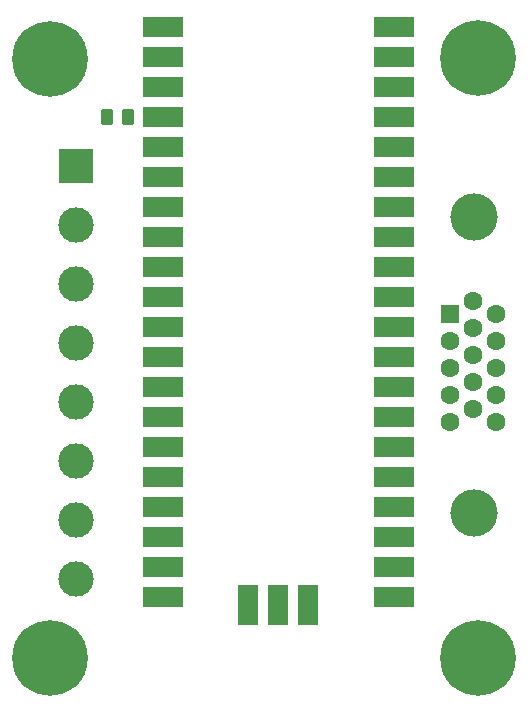
<source format=gbr>
%TF.GenerationSoftware,KiCad,Pcbnew,8.0.1*%
%TF.CreationDate,2024-07-17T22:44:32+10:00*%
%TF.ProjectId,vga,7667612e-6b69-4636-9164-5f7063625858,rev?*%
%TF.SameCoordinates,Original*%
%TF.FileFunction,Soldermask,Top*%
%TF.FilePolarity,Negative*%
%FSLAX46Y46*%
G04 Gerber Fmt 4.6, Leading zero omitted, Abs format (unit mm)*
G04 Created by KiCad (PCBNEW 8.0.1) date 2024-07-17 22:44:32*
%MOMM*%
%LPD*%
G01*
G04 APERTURE LIST*
G04 Aperture macros list*
%AMRoundRect*
0 Rectangle with rounded corners*
0 $1 Rounding radius*
0 $2 $3 $4 $5 $6 $7 $8 $9 X,Y pos of 4 corners*
0 Add a 4 corners polygon primitive as box body*
4,1,4,$2,$3,$4,$5,$6,$7,$8,$9,$2,$3,0*
0 Add four circle primitives for the rounded corners*
1,1,$1+$1,$2,$3*
1,1,$1+$1,$4,$5*
1,1,$1+$1,$6,$7*
1,1,$1+$1,$8,$9*
0 Add four rect primitives between the rounded corners*
20,1,$1+$1,$2,$3,$4,$5,0*
20,1,$1+$1,$4,$5,$6,$7,0*
20,1,$1+$1,$6,$7,$8,$9,0*
20,1,$1+$1,$8,$9,$2,$3,0*%
G04 Aperture macros list end*
%ADD10RoundRect,0.250000X0.262500X0.450000X-0.262500X0.450000X-0.262500X-0.450000X0.262500X-0.450000X0*%
%ADD11R,3.000000X3.000000*%
%ADD12C,3.000000*%
%ADD13R,3.500000X1.700000*%
%ADD14R,1.700000X3.500000*%
%ADD15C,6.400000*%
%ADD16C,1.600000*%
%ADD17R,1.600000X1.600000*%
%ADD18C,4.000000*%
G04 APERTURE END LIST*
D10*
%TO.C,R12*%
X85000000Y-54400000D03*
X83175000Y-54400000D03*
%TD*%
D11*
%TO.C,J2*%
X80600000Y-58500000D03*
D12*
X80600000Y-63500000D03*
X80600000Y-68500000D03*
X80600000Y-73500000D03*
X80600000Y-78500001D03*
X80600000Y-83500001D03*
X80600000Y-88499999D03*
X80600000Y-93500000D03*
%TD*%
D13*
%TO.C,U2*%
X87920000Y-46740000D03*
X87920000Y-49280000D03*
X87920000Y-51820000D03*
X87920000Y-54360000D03*
X87920000Y-56900000D03*
X87920000Y-59440000D03*
X87920000Y-61980000D03*
X87920000Y-64520000D03*
X87920000Y-67060000D03*
X87920000Y-69600000D03*
X87920000Y-72140000D03*
X87920000Y-74680000D03*
X87920000Y-77220000D03*
X87920000Y-79760000D03*
X87920000Y-82300000D03*
X87920000Y-84840000D03*
X87920000Y-87380000D03*
X87920000Y-89920000D03*
X87920000Y-92460000D03*
X87920000Y-95000000D03*
X107500000Y-95000000D03*
X107500000Y-92460000D03*
X107500000Y-89920000D03*
X107500000Y-87380000D03*
X107500000Y-84840000D03*
X107500000Y-82300000D03*
X107500000Y-79760000D03*
X107500000Y-77220000D03*
X107500000Y-74680000D03*
X107500000Y-72140000D03*
X107500000Y-69600000D03*
X107500000Y-67060000D03*
X107500000Y-64520000D03*
X107500000Y-61980000D03*
X107500000Y-59440000D03*
X107500000Y-56900000D03*
X107500000Y-54360000D03*
X107500000Y-51820000D03*
X107500000Y-49280000D03*
X107500000Y-46740000D03*
D14*
X95170000Y-95670000D03*
X97710000Y-95670000D03*
X100250000Y-95670000D03*
%TD*%
D15*
%TO.C,H1*%
X78400000Y-100200000D03*
%TD*%
%TO.C,H2*%
X114600000Y-100200000D03*
%TD*%
%TO.C,H1*%
X78400000Y-49475000D03*
%TD*%
D16*
%TO.C,J1*%
X116160000Y-80222500D03*
X116160000Y-77932500D03*
X116160000Y-75642500D03*
X116160000Y-73352500D03*
X116160000Y-71062500D03*
X114180000Y-79077500D03*
X114180000Y-76787500D03*
X114180000Y-74497500D03*
X114180000Y-72207500D03*
X114180000Y-69917500D03*
X112200000Y-80222500D03*
X112200000Y-77932501D03*
X112200000Y-75642500D03*
X112200000Y-73352501D03*
D17*
X112200000Y-71062500D03*
D18*
X114250000Y-62877500D03*
X114249999Y-87877500D03*
%TD*%
D15*
%TO.C,H2*%
X114600000Y-49400000D03*
%TD*%
M02*

</source>
